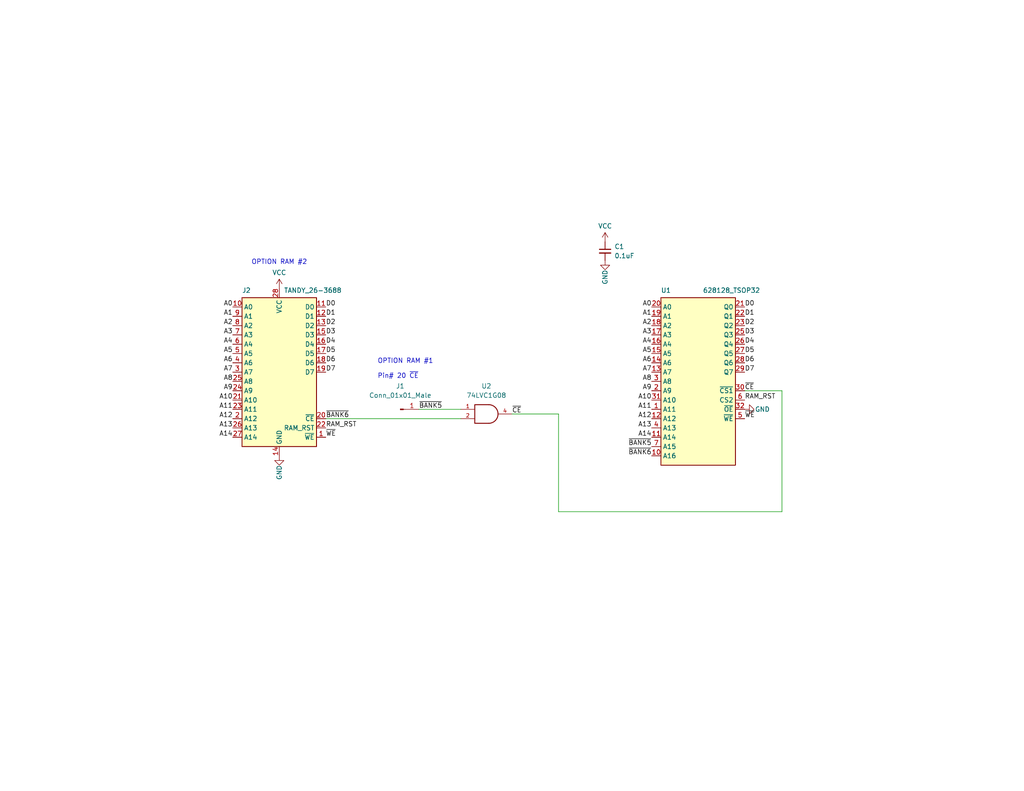
<source format=kicad_sch>
(kicad_sch (version 20211123) (generator eeschema)
  (paper "USLetter")
  (title_block (title "TANDY 200 Dual RAM (tsop)") (date "2022-09-16") (rev "001") (company "b.kenyon.w@gmail.com") (comment 1 "Based on T200RAMV2 by Steve Adolph") (comment 2 "Replaces 2 x TANDY 26-3866 24K RAM modules for TANDY 200"))
  (lib_symbols
    (symbol "000_LOCAL:628128_TSOP32"
      (property "Reference" "U" (at -10.16 23.495 0))
      (property "Value" "628128_TSOP32" (at 1.524 23.876 0))
      (symbol "628128_TSOP32_0_0"
        (pin power_in line (at 0 -22.86 90) (length 2.54) hide (name "GND") (number "24"))
        (pin power_in line (at 0 22.86 270) (length 2.54) hide (name "VCC") (number "8"))
      )
      (symbol "628128_TSOP32_0_1"
        (rectangle (start -10.16 22.86) (end 10.16 -22.86) (stroke (width 0.254)) (fill (type background)))
      )
      (symbol "628128_TSOP32_1_1"
        (pin input line (at -12.7 -7.62 0) (length 2.54) (name "A11") (number "1"))
        (pin input line (at -12.7 -20.32 0) (length 2.54) (name "A16") (number "10"))
        (pin input line (at -12.7 -15.24 0) (length 2.54) (name "A14") (number "11"))
        (pin input line (at -12.7 -10.16 0) (length 2.54) (name "A12") (number "12"))
        (pin input line (at -12.7 2.54 0) (length 2.54) (name "A7") (number "13"))
        (pin input line (at -12.7 5.08 0) (length 2.54) (name "A6") (number "14"))
        (pin input line (at -12.7 7.62 0) (length 2.54) (name "A5") (number "15"))
        (pin input line (at -12.7 10.16 0) (length 2.54) (name "A4") (number "16"))
        (pin input line (at -12.7 12.7 0) (length 2.54) (name "A3") (number "17"))
        (pin input line (at -12.7 15.24 0) (length 2.54) (name "A2") (number "18"))
        (pin input line (at -12.7 17.78 0) (length 2.54) (name "A1") (number "19"))
        (pin input line (at -12.7 -2.54 0) (length 2.54) (name "A9") (number "2"))
        (pin input line (at -12.7 20.32 0) (length 2.54) (name "A0") (number "20"))
        (pin tri_state line (at 12.7 20.32 180) (length 2.54) (name "Q0") (number "21"))
        (pin tri_state line (at 12.7 17.78 180) (length 2.54) (name "Q1") (number "22"))
        (pin tri_state line (at 12.7 15.24 180) (length 2.54) (name "Q2") (number "23"))
        (pin tri_state line (at 12.7 12.7 180) (length 2.54) (name "Q3") (number "25"))
        (pin tri_state line (at 12.7 10.16 180) (length 2.54) (name "Q4") (number "26"))
        (pin tri_state line (at 12.7 7.62 180) (length 2.54) (name "Q5") (number "27"))
        (pin tri_state line (at 12.7 5.08 180) (length 2.54) (name "Q6") (number "28"))
        (pin tri_state line (at 12.7 2.54 180) (length 2.54) (name "Q7") (number "29"))
        (pin input line (at -12.7 0 0) (length 2.54) (name "A8") (number "3"))
        (pin input line (at 12.7 -2.54 180) (length 2.54) (name "~{CS1}") (number "30"))
        (pin input line (at -12.7 -5.08 0) (length 2.54) (name "A10") (number "31"))
        (pin input line (at 12.7 -7.62 180) (length 2.54) (name "~{OE}") (number "32"))
        (pin input line (at -12.7 -12.7 0) (length 2.54) (name "A13") (number "4"))
        (pin input line (at 12.7 -10.16 180) (length 2.54) (name "~{WE}") (number "5"))
        (pin input line (at 12.7 -5.08 180) (length 2.54) (name "CS2") (number "6"))
        (pin input line (at -12.7 -17.78 0) (length 2.54) (name "A15") (number "7"))
        (pin no_connect line (at 10.16 -20.32 180) (length 2.54) hide (name "NC") (number "9"))
      )
    )
    (symbol "000_LOCAL:74LVC1G08" (pin_names (offset 1.016))
      (property "Reference" "U" (at -2.54 3.81 0))
      (property "Value" "74LVC1G08" (at 0 -3.81 0))
      (symbol "74LVC1G08_0_1"
        (arc (start 0 -2.54) (mid 2.54 0) (end 0 2.54) (stroke (width 0.254)))
        (polyline (pts (xy 0 -2.54) (xy -3.81 -2.54) (xy -3.81 2.54) (xy 0 2.54)) (stroke (width 0.254)))
      )
      (symbol "74LVC1G08_1_1"
        (pin input line (at -7.62 1.27 0) (length 3.81) (name "~") (number "1"))
        (pin input line (at -7.62 -1.27 0) (length 3.81) (name "~") (number "2"))
        (pin power_in line (at 0 -2.54 270) (length 0) hide (name "GND") (number "3"))
        (pin output line (at 6.35 0 180) (length 3.81) (name "~") (number "4"))
        (pin power_in line (at 0 2.54 90) (length 0) hide (name "VCC") (number "5"))
      )
    )
    (symbol "000_LOCAL:C" (pin_numbers hide) (pin_names (offset 0.254) hide)
      (property "Reference" "C" (at 0.254 1.778 0))
      (property "Value" "C" (at 0.254 -2.032 0))
      (symbol "C_0_1"
        (polyline (pts (xy -1.524 -0.508) (xy 1.524 -0.508)) (stroke (width 0.3302)))
        (polyline (pts (xy -1.524 0.508) (xy 1.524 0.508)) (stroke (width 0.3048)))
      )
      (symbol "C_1_1"
        (pin passive line (at 0 2.54 270) (length 2.032) (name "~") (number "1"))
        (pin passive line (at 0 -2.54 90) (length 2.032) (name "~") (number "2"))
      )
    )
    (symbol "000_LOCAL:Conn_01x01_Male" (pin_names (offset 1.016) hide)
      (property "Reference" "J" (at 0 2.54 0))
      (property "Value" "Conn_01x01_Male" (at 0 -2.54 0))
      (symbol "Conn_01x01_Male_1_1"
        (polyline (pts (xy 1.27 0) (xy 0.8636 0)) (stroke (width 0.1524)))
        (rectangle (start 0.8636 0.127) (end 0 -0.127) (stroke (width 0.1524)) (fill (type outline)))
        (pin passive line (at 5.08 0 180) (length 3.81) (name "Pin_1") (number "1"))
      )
    )
    (symbol "000_LOCAL:TANDY_26-3688"
      (property "Reference" "U" (at -10.16 20.955 0))
      (property "Value" "TANDY_26-3688" (at 2.54 20.955 0))
      (symbol "TANDY_26-3688_0_0"
        (pin power_in line (at 0 22.86 270) (length 2.54) (name "VCC") (number "28"))
      )
      (symbol "TANDY_26-3688_0_1"
        (rectangle (start -10.16 20.32) (end 10.16 -20.32) (stroke (width 0.254)) (fill (type background)))
      )
      (symbol "TANDY_26-3688_1_1"
        (pin input line (at 12.7 -17.78 180) (length 2.54) (name "~{WE}") (number "1"))
        (pin input line (at -12.7 17.78 0) (length 2.54) (name "A0") (number "10"))
        (pin tri_state line (at 12.7 17.78 180) (length 2.54) (name "D0") (number "11"))
        (pin tri_state line (at 12.7 15.24 180) (length 2.54) (name "D1") (number "12"))
        (pin tri_state line (at 12.7 12.7 180) (length 2.54) (name "D2") (number "13"))
        (pin power_in line (at 0 -22.86 90) (length 2.54) (name "GND") (number "14"))
        (pin tri_state line (at 12.7 10.16 180) (length 2.54) (name "D3") (number "15"))
        (pin tri_state line (at 12.7 7.62 180) (length 2.54) (name "D4") (number "16"))
        (pin tri_state line (at 12.7 5.08 180) (length 2.54) (name "D5") (number "17"))
        (pin tri_state line (at 12.7 2.54 180) (length 2.54) (name "D6") (number "18"))
        (pin tri_state line (at 12.7 0 180) (length 2.54) (name "D7") (number "19"))
        (pin input line (at -12.7 -12.7 0) (length 2.54) (name "A12") (number "2"))
        (pin input line (at 12.7 -12.7 180) (length 2.54) (name "~{CE}") (number "20"))
        (pin input line (at -12.7 -7.62 0) (length 2.54) (name "A10") (number "21"))
        (pin input line (at 12.7 -15.24 180) (length 2.54) (name "RAM_RST") (number "22"))
        (pin input line (at -12.7 -10.16 0) (length 2.54) (name "A11") (number "23"))
        (pin input line (at -12.7 -5.08 0) (length 2.54) (name "A9") (number "24"))
        (pin input line (at -12.7 -2.54 0) (length 2.54) (name "A8") (number "25"))
        (pin input line (at -12.7 -15.24 0) (length 2.54) (name "A13") (number "26"))
        (pin input line (at -12.7 -17.78 0) (length 2.54) (name "A14") (number "27"))
        (pin input line (at -12.7 0 0) (length 2.54) (name "A7") (number "3"))
        (pin input line (at -12.7 2.54 0) (length 2.54) (name "A6") (number "4"))
        (pin input line (at -12.7 5.08 0) (length 2.54) (name "A5") (number "5"))
        (pin input line (at -12.7 7.62 0) (length 2.54) (name "A4") (number "6"))
        (pin input line (at -12.7 10.16 0) (length 2.54) (name "A3") (number "7"))
        (pin input line (at -12.7 12.7 0) (length 2.54) (name "A2") (number "8"))
        (pin input line (at -12.7 15.24 0) (length 2.54) (name "A1") (number "9"))
      )
    )
    (symbol "power:GND" (power) (pin_names (offset 0))
      (property "Value" "GND" (at 0 -3.81 0))
      (symbol "GND_0_1"
        (polyline (pts (xy 0 0) (xy 0 -1.27) (xy 1.27 -1.27) (xy 0 -2.54) (xy -1.27 -1.27) (xy 0 -1.27)))
      )
      (symbol "GND_1_1"
        (pin power_in line (at 0 0 270) (length 0) hide (name "GND") (number "1"))
      )
    )
    (symbol "power:VCC" (power) (pin_names (offset 0))
      (property "Value" "VCC" (at 0 3.81 0))
      (symbol "VCC_0_1"
        (polyline (pts (xy -0.762 1.27) (xy 0 2.54)))
        (polyline (pts (xy 0 0) (xy 0 2.54)))
        (polyline (pts (xy 0 2.54) (xy 0.762 1.27)))
      )
      (symbol "VCC_1_1"
        (pin power_in line (at 0 0 90) (length 0) hide (name "VCC") (number "1"))
      )
    )
  )
  (wire (pts (xy 213.36 106.68) (xy 213.36 139.7)))
  (wire (pts (xy 203.2 106.68) (xy 213.36 106.68)))
  (wire (pts (xy 139.7 113.03) (xy 152.4 113.03)))
  (wire (pts (xy 152.4 139.7) (xy 213.36 139.7)))
  (wire (pts (xy 114.3 111.76) (xy 125.73 111.76)))
  (wire (pts (xy 88.9 114.3) (xy 125.73 114.3)))
  (wire (pts (xy 152.4 113.03) (xy 152.4 139.7)))
  (text "OPTION RAM #1\n\nPin# 20 ~{CE}" (at 102.997 103.505 0) (effects (font (size 1.27 1.27)) (justify left bottom)))
  (text "OPTION RAM #2" (at 68.58 72.39 0) (effects (font (size 1.27 1.27)) (justify left bottom)))
  (label "A13" (at 177.8 116.84 180))
  (label "A1" (at 63.5 86.36 180))
  (label "D6" (at 203.2 99.06 0))
  (label "A4" (at 177.8 93.98 180))
  (label "A6" (at 177.8 99.06 180))
  (label "~{BANK5}" (at 177.8 121.92 180))
  (label "A9" (at 63.5 106.68 180))
  (label "A4" (at 63.5 93.98 180))
  (label "D6" (at 88.9 99.06 0))
  (label "A7" (at 63.5 101.6 180))
  (label "D3" (at 88.9 91.44 0))
  (label "D2" (at 88.9 88.9 0))
  (label "~{WE}" (at 203.2 114.3 0))
  (label "A0" (at 63.5 83.82 180))
  (label "A3" (at 63.5 91.44 180))
  (label "A1" (at 177.8 86.36 180))
  (label "A12" (at 63.5 114.3 180))
  (label "A8" (at 177.8 104.14 180))
  (label "~{BANK5}" (at 114.3 111.76 0))
  (label "A0" (at 177.8 83.82 180))
  (label "A2" (at 177.8 88.9 180))
  (label "D0" (at 203.2 83.82 0))
  (label "D4" (at 88.9 93.98 0))
  (label "A14" (at 177.8 119.38 180))
  (label "A13" (at 63.5 116.84 180))
  (label "A3" (at 177.8 91.44 180))
  (label "A9" (at 177.8 106.68 180))
  (label "RAM_RST" (at 88.9 116.84 0))
  (label "D2" (at 203.2 88.9 0))
  (label "D5" (at 203.2 96.52 0))
  (label "A7" (at 177.8 101.6 180))
  (label "D1" (at 203.2 86.36 0))
  (label "A12" (at 177.8 114.3 180))
  (label "A8" (at 63.5 104.14 180))
  (label "~{CE}" (at 203.2 106.68 0))
  (label "A10" (at 63.5 109.22 180))
  (label "A10" (at 177.8 109.22 180))
  (label "A11" (at 177.8 111.76 180))
  (label "A5" (at 63.5 96.52 180))
  (label "D7" (at 203.2 101.6 0))
  (label "D7" (at 88.9 101.6 0))
  (label "A14" (at 63.5 119.38 180))
  (label "~{BANK6}" (at 177.8 124.46 180))
  (label "D1" (at 88.9 86.36 0))
  (label "~{BANK6}" (at 88.9 114.3 0))
  (label "A5" (at 177.8 96.52 180))
  (label "D3" (at 203.2 91.44 0))
  (label "D4" (at 203.2 93.98 0))
  (label "A11" (at 63.5 111.76 180))
  (label "~{CE}" (at 139.7 113.03 0))
  (label "D0" (at 88.9 83.82 0))
  (label "~{WE}" (at 88.9 119.38 0))
  (label "A6" (at 63.5 99.06 180))
  (label "A2" (at 63.5 88.9 180))
  (label "D5" (at 88.9 96.52 0))
  (label "RAM_RST" (at 203.2 109.22 0))
  (symbol (lib_id "power:VCC") (at 76.2 78.74 0) (unit 1)
    (property "Reference" "#PWR0104" (effects hide))
    (property "Value" "VCC" (at 76.2 74.422 0))
  )
  (symbol (lib_id "power:GND") (at 76.2 124.46 0) (unit 1)
    (property "Reference" "#PWR0108" (effects hide))
    (property "Value" "GND" (at 76.2 129.032 90))
  )
  (symbol (lib_id "power:GND") (at 203.2 111.76 90) (unit 1)
    (property "Reference" "#PWR0102" (effects hide))
    (property "Value" "GND" (at 208.026 111.76 90))
  )
  (symbol (lib_id "000_LOCAL:TANDY_26-3688") (at 76.2 101.6 0) (unit 1)
    (property "Reference" "J2" (at 66.04 80.01 0) (effects (justify left bottom)))
    (property "Value" "TANDY_26-3688" (at 77.47 80.01 0) (effects (justify left bottom)))
    (property "Footprint" "000_LOCAL:KEL ICC05-028-360TP" (effects hide))
  )
  (symbol (lib_id "000_LOCAL:Conn_01x01_Male") (at 109.22 111.76 0) (unit 1)
    (property "Reference" "J1" (at 109.22 105.41 0))
    (property "Value" "Conn_01x01_Male" (at 109.22 107.95 0))
    (property "Footprint" "000_LOCAL:Mill-Max 3121" (effects hide))
  )
  (symbol (lib_id "power:VCC") (at 165.1 66.04 0) (unit 1)
    (property "Reference" "#PWR0106" (effects hide))
    (property "Value" "VCC" (at 165.1 61.722 0))
  )
  (symbol (lib_id "power:GND") (at 165.1 71.12 0) (unit 1)
    (property "Reference" "#PWR0105" (effects hide))
    (property "Value" "GND" (at 165.1 75.692 90))
  )
  (symbol (lib_id "000_LOCAL:74LVC1G08") (at 133.35 113.03 0) (unit 1)
    (property "Reference" "U2" (at 132.715 105.41 0))
    (property "Value" "74LVC1G08" (at 132.715 107.95 0))
    (property "Footprint" "000_LOCAL:SOT-23-5" (effects hide))
    (property "Datasheet" "http://www.ti.com/lit/sg/scyt129e/scyt129e.pdf" (effects hide))
  )
  (symbol (lib_id "000_LOCAL:C") (at 165.1 68.58 0) (unit 1)
    (property "Reference" "C1" (at 167.64 67.3162 0) (effects (justify left)))
    (property "Value" "0.1uF" (at 167.64 69.8562 0) (effects (justify left)))
    (property "Footprint" "000_LOCAL:C_0805" (effects hide))
  )
  (symbol (lib_id "000_LOCAL:628128_TSOP32") (at 190.5 104.14 0) (unit 1)
    (property "Reference" "U1" (at 180.34 80.01 0) (effects (justify left bottom)))
    (property "Value" "628128_TSOP32" (at 191.77 80.01 0) (effects (justify left bottom)))
    (property "Footprint" "000_LOCAL:TSOP32-dual" (effects hide))
    (property "Datasheet" "http://www.futurlec.com/Datasheet/Memory/628128.pdf" (effects hide))
  )
)
</source>
